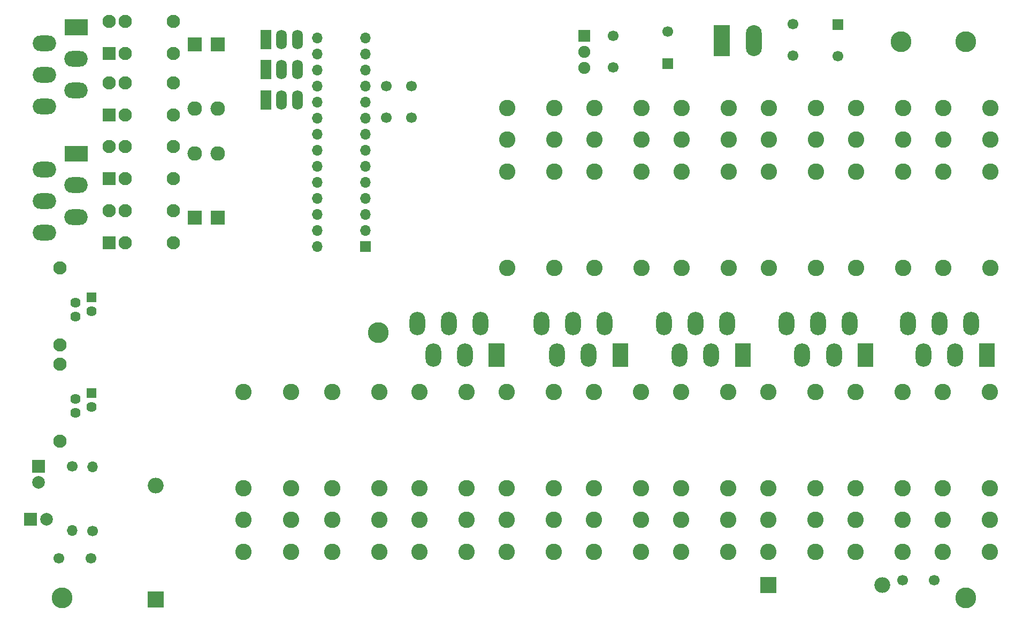
<source format=gbs>
%TF.GenerationSoftware,KiCad,Pcbnew,(5.1.6)-1*%
%TF.CreationDate,2021-11-13T13:18:41+01:00*%
%TF.ProjectId,MCP23017 Sensor Board,4d435032-3330-4313-9720-53656e736f72,rev?*%
%TF.SameCoordinates,Original*%
%TF.FileFunction,Soldermask,Bot*%
%TF.FilePolarity,Negative*%
%FSLAX46Y46*%
G04 Gerber Fmt 4.6, Leading zero omitted, Abs format (unit mm)*
G04 Created by KiCad (PCBNEW (5.1.6)-1) date 2021-11-13 13:18:41*
%MOMM*%
%LPD*%
G01*
G04 APERTURE LIST*
%ADD10C,3.300000*%
%ADD11C,1.700000*%
%ADD12R,1.700000X1.700000*%
%ADD13O,2.500000X2.500000*%
%ADD14R,2.500000X2.500000*%
%ADD15R,1.620000X1.620000*%
%ADD16C,2.100000*%
%ADD17C,1.620000*%
%ADD18C,2.600000*%
%ADD19O,1.700000X1.700000*%
%ADD20C,2.000000*%
%ADD21R,2.000000X2.000000*%
%ADD22O,1.700000X3.100000*%
%ADD23R,1.700000X3.100000*%
%ADD24C,1.900000*%
%ADD25R,1.900000X1.900000*%
%ADD26O,2.500000X4.900000*%
%ADD27R,2.500000X4.900000*%
%ADD28O,2.500000X3.700000*%
%ADD29C,0.100000*%
%ADD30O,3.700000X2.500000*%
%ADD31R,2.100000X2.100000*%
%ADD32O,2.300000X2.300000*%
%ADD33R,2.300000X2.300000*%
G04 APERTURE END LIST*
D10*
%TO.C,H5*%
X212750000Y-47000000D03*
%TD*%
D11*
%TO.C,C10*%
X202750000Y-49250000D03*
D12*
X202750000Y-44250000D03*
%TD*%
D11*
%TO.C,C9*%
X213000000Y-132250000D03*
X218000000Y-132250000D03*
%TD*%
D13*
%TO.C,C8*%
X209750000Y-133000000D03*
D14*
X191750000Y-133000000D03*
%TD*%
D11*
%TO.C,C7*%
X79500000Y-128750000D03*
X84500000Y-128750000D03*
%TD*%
D13*
%TO.C,C6*%
X94750000Y-117250000D03*
D14*
X94750000Y-135250000D03*
%TD*%
D11*
%TO.C,C3*%
X131250000Y-54000000D03*
X131250000Y-59000000D03*
%TD*%
D10*
%TO.C,H4*%
X80000000Y-135000000D03*
%TD*%
%TO.C,H3*%
X223000000Y-135000000D03*
%TD*%
%TO.C,H2*%
X130000000Y-93000000D03*
%TD*%
%TO.C,H1*%
X223000000Y-47000000D03*
%TD*%
D15*
%TO.C,J10*%
X84600000Y-87400000D03*
D16*
X79600000Y-82800000D03*
D17*
X82060000Y-88300000D03*
X84600000Y-89600000D03*
X82060000Y-90500000D03*
D16*
X79600000Y-95000000D03*
%TD*%
D18*
%TO.C,R3*%
X108700000Y-127740000D03*
X116200000Y-127740000D03*
X108700000Y-122700000D03*
X116200000Y-122700000D03*
X108700000Y-117660000D03*
X116200000Y-117660000D03*
X108700000Y-102400000D03*
X116200000Y-102400000D03*
%TD*%
%TO.C,R9*%
X122700000Y-127740000D03*
X130200000Y-127740000D03*
X122700000Y-122700000D03*
X130200000Y-122700000D03*
X122700000Y-117660000D03*
X130200000Y-117660000D03*
X122700000Y-102400000D03*
X130200000Y-102400000D03*
%TD*%
D19*
%TO.C,U1*%
X120380000Y-79400000D03*
X128000000Y-46380000D03*
X120380000Y-76860000D03*
X128000000Y-48920000D03*
X120380000Y-74320000D03*
X128000000Y-51460000D03*
X120380000Y-71780000D03*
X128000000Y-54000000D03*
X120380000Y-69240000D03*
X128000000Y-56540000D03*
X120380000Y-66700000D03*
X128000000Y-59080000D03*
X120380000Y-64160000D03*
X128000000Y-61620000D03*
X120380000Y-61620000D03*
X128000000Y-64160000D03*
X120380000Y-59080000D03*
X128000000Y-66700000D03*
X120380000Y-56540000D03*
X128000000Y-69240000D03*
X120380000Y-54000000D03*
X128000000Y-71780000D03*
X120380000Y-51460000D03*
X128000000Y-74320000D03*
X120380000Y-48920000D03*
X128000000Y-76860000D03*
X120380000Y-46380000D03*
D12*
X128000000Y-79400000D03*
%TD*%
D19*
%TO.C,R8*%
X81600000Y-124360000D03*
D11*
X81600000Y-114200000D03*
%TD*%
D15*
%TO.C,J4*%
X84600000Y-102600000D03*
D16*
X79600000Y-98000000D03*
D17*
X82060000Y-103500000D03*
X84600000Y-104800000D03*
X82060000Y-105700000D03*
D16*
X79600000Y-110200000D03*
%TD*%
D20*
%TO.C,D6*%
X77500000Y-122600000D03*
D21*
X75000000Y-122600000D03*
%TD*%
D20*
%TO.C,D1*%
X76200000Y-116700000D03*
D21*
X76200000Y-114200000D03*
%TD*%
D11*
%TO.C,C2*%
X135250000Y-54000000D03*
X135250000Y-59000000D03*
%TD*%
D22*
%TO.C,JP1*%
X117200000Y-56200000D03*
X114700000Y-56200000D03*
D23*
X112200000Y-56200000D03*
%TD*%
D22*
%TO.C,JP3*%
X117200000Y-46600000D03*
X114700000Y-46600000D03*
D23*
X112200000Y-46600000D03*
%TD*%
D22*
%TO.C,JP2*%
X117200000Y-51400000D03*
X114700000Y-51400000D03*
D23*
X112200000Y-51400000D03*
%TD*%
D24*
%TO.C,U2*%
X162600000Y-51080000D03*
X162600000Y-48540000D03*
D25*
X162600000Y-46000000D03*
%TD*%
D26*
%TO.C,J1*%
X189480000Y-46800000D03*
D27*
X184400000Y-46800000D03*
%TD*%
D11*
%TO.C,C5*%
X167200000Y-46000000D03*
X167200000Y-51000000D03*
%TD*%
%TO.C,C4*%
X175800000Y-45400000D03*
D12*
X175800000Y-50400000D03*
%TD*%
D18*
%TO.C,R36*%
X226900000Y-57460000D03*
X219400000Y-57460000D03*
X226900000Y-62500000D03*
X219400000Y-62500000D03*
X226900000Y-67540000D03*
X219400000Y-67540000D03*
X226900000Y-82800000D03*
X219400000Y-82800000D03*
%TD*%
%TO.C,R35*%
X219300000Y-127740000D03*
X226800000Y-127740000D03*
X219300000Y-122700000D03*
X226800000Y-122700000D03*
X219300000Y-117660000D03*
X226800000Y-117660000D03*
X219300000Y-102400000D03*
X226800000Y-102400000D03*
%TD*%
%TO.C,R34*%
X171700000Y-57460000D03*
X164200000Y-57460000D03*
X171700000Y-62500000D03*
X164200000Y-62500000D03*
X171700000Y-67540000D03*
X164200000Y-67540000D03*
X171700000Y-82800000D03*
X164200000Y-82800000D03*
%TD*%
%TO.C,R32*%
X213100000Y-57460000D03*
X205600000Y-57460000D03*
X213100000Y-62500000D03*
X205600000Y-62500000D03*
X213100000Y-67540000D03*
X205600000Y-67540000D03*
X213100000Y-82800000D03*
X205600000Y-82800000D03*
%TD*%
%TO.C,R31*%
X205500000Y-127740000D03*
X213000000Y-127740000D03*
X205500000Y-122700000D03*
X213000000Y-122700000D03*
X205500000Y-117660000D03*
X213000000Y-117660000D03*
X205500000Y-102400000D03*
X213000000Y-102400000D03*
%TD*%
%TO.C,R30*%
X157900000Y-57460000D03*
X150400000Y-57460000D03*
X157900000Y-62500000D03*
X150400000Y-62500000D03*
X157900000Y-67540000D03*
X150400000Y-67540000D03*
X157900000Y-82800000D03*
X150400000Y-82800000D03*
%TD*%
%TO.C,R28*%
X199300000Y-57460000D03*
X191800000Y-57460000D03*
X199300000Y-62500000D03*
X191800000Y-62500000D03*
X199300000Y-67540000D03*
X191800000Y-67540000D03*
X199300000Y-82800000D03*
X191800000Y-82800000D03*
%TD*%
%TO.C,R27*%
X191700000Y-127740000D03*
X199200000Y-127740000D03*
X191700000Y-122700000D03*
X199200000Y-122700000D03*
X191700000Y-117660000D03*
X199200000Y-117660000D03*
X191700000Y-102400000D03*
X199200000Y-102400000D03*
%TD*%
%TO.C,R26*%
X177900000Y-127740000D03*
X185400000Y-127740000D03*
X177900000Y-122700000D03*
X185400000Y-122700000D03*
X177900000Y-117660000D03*
X185400000Y-117660000D03*
X177900000Y-102400000D03*
X185400000Y-102400000D03*
%TD*%
%TO.C,R22*%
X164100000Y-127740000D03*
X171600000Y-127740000D03*
X164100000Y-122700000D03*
X171600000Y-122700000D03*
X164100000Y-117660000D03*
X171600000Y-117660000D03*
X164100000Y-102400000D03*
X171600000Y-102400000D03*
%TD*%
D28*
%TO.C,J9*%
X223800000Y-91600000D03*
D29*
G36*
X225090245Y-98449039D02*
G01*
X225080866Y-98446194D01*
X225072221Y-98441573D01*
X225064645Y-98435355D01*
X225058427Y-98427779D01*
X225053806Y-98419134D01*
X225050961Y-98409755D01*
X225050000Y-98400000D01*
X225050000Y-94800000D01*
X225050961Y-94790245D01*
X225053806Y-94780866D01*
X225058427Y-94772221D01*
X225064645Y-94764645D01*
X225072221Y-94758427D01*
X225080866Y-94753806D01*
X225090245Y-94750961D01*
X225100000Y-94750000D01*
X227500000Y-94750000D01*
X227509755Y-94750961D01*
X227519134Y-94753806D01*
X227527779Y-94758427D01*
X227535355Y-94764645D01*
X227541573Y-94772221D01*
X227546194Y-94780866D01*
X227549039Y-94790245D01*
X227550000Y-94800000D01*
X227550000Y-98400000D01*
X227549039Y-98409755D01*
X227546194Y-98419134D01*
X227541573Y-98427779D01*
X227535355Y-98435355D01*
X227527779Y-98441573D01*
X227519134Y-98446194D01*
X227509755Y-98449039D01*
X227500000Y-98450000D01*
X225100000Y-98450000D01*
X225090245Y-98449039D01*
G37*
D28*
X221300000Y-96600000D03*
X218800000Y-91600000D03*
X216300000Y-96600000D03*
X213800000Y-91600000D03*
%TD*%
%TO.C,J8*%
X204600000Y-91600000D03*
D29*
G36*
X205890245Y-98449039D02*
G01*
X205880866Y-98446194D01*
X205872221Y-98441573D01*
X205864645Y-98435355D01*
X205858427Y-98427779D01*
X205853806Y-98419134D01*
X205850961Y-98409755D01*
X205850000Y-98400000D01*
X205850000Y-94800000D01*
X205850961Y-94790245D01*
X205853806Y-94780866D01*
X205858427Y-94772221D01*
X205864645Y-94764645D01*
X205872221Y-94758427D01*
X205880866Y-94753806D01*
X205890245Y-94750961D01*
X205900000Y-94750000D01*
X208300000Y-94750000D01*
X208309755Y-94750961D01*
X208319134Y-94753806D01*
X208327779Y-94758427D01*
X208335355Y-94764645D01*
X208341573Y-94772221D01*
X208346194Y-94780866D01*
X208349039Y-94790245D01*
X208350000Y-94800000D01*
X208350000Y-98400000D01*
X208349039Y-98409755D01*
X208346194Y-98419134D01*
X208341573Y-98427779D01*
X208335355Y-98435355D01*
X208327779Y-98441573D01*
X208319134Y-98446194D01*
X208309755Y-98449039D01*
X208300000Y-98450000D01*
X205900000Y-98450000D01*
X205890245Y-98449039D01*
G37*
D28*
X202100000Y-96600000D03*
X199600000Y-91600000D03*
X197100000Y-96600000D03*
X194600000Y-91600000D03*
%TD*%
%TO.C,J7*%
X185200000Y-91600000D03*
D29*
G36*
X186490245Y-98449039D02*
G01*
X186480866Y-98446194D01*
X186472221Y-98441573D01*
X186464645Y-98435355D01*
X186458427Y-98427779D01*
X186453806Y-98419134D01*
X186450961Y-98409755D01*
X186450000Y-98400000D01*
X186450000Y-94800000D01*
X186450961Y-94790245D01*
X186453806Y-94780866D01*
X186458427Y-94772221D01*
X186464645Y-94764645D01*
X186472221Y-94758427D01*
X186480866Y-94753806D01*
X186490245Y-94750961D01*
X186500000Y-94750000D01*
X188900000Y-94750000D01*
X188909755Y-94750961D01*
X188919134Y-94753806D01*
X188927779Y-94758427D01*
X188935355Y-94764645D01*
X188941573Y-94772221D01*
X188946194Y-94780866D01*
X188949039Y-94790245D01*
X188950000Y-94800000D01*
X188950000Y-98400000D01*
X188949039Y-98409755D01*
X188946194Y-98419134D01*
X188941573Y-98427779D01*
X188935355Y-98435355D01*
X188927779Y-98441573D01*
X188919134Y-98446194D01*
X188909755Y-98449039D01*
X188900000Y-98450000D01*
X186500000Y-98450000D01*
X186490245Y-98449039D01*
G37*
D28*
X182700000Y-96600000D03*
X180200000Y-91600000D03*
X177700000Y-96600000D03*
X175200000Y-91600000D03*
%TD*%
%TO.C,J6*%
X165800000Y-91600000D03*
D29*
G36*
X167090245Y-98449039D02*
G01*
X167080866Y-98446194D01*
X167072221Y-98441573D01*
X167064645Y-98435355D01*
X167058427Y-98427779D01*
X167053806Y-98419134D01*
X167050961Y-98409755D01*
X167050000Y-98400000D01*
X167050000Y-94800000D01*
X167050961Y-94790245D01*
X167053806Y-94780866D01*
X167058427Y-94772221D01*
X167064645Y-94764645D01*
X167072221Y-94758427D01*
X167080866Y-94753806D01*
X167090245Y-94750961D01*
X167100000Y-94750000D01*
X169500000Y-94750000D01*
X169509755Y-94750961D01*
X169519134Y-94753806D01*
X169527779Y-94758427D01*
X169535355Y-94764645D01*
X169541573Y-94772221D01*
X169546194Y-94780866D01*
X169549039Y-94790245D01*
X169550000Y-94800000D01*
X169550000Y-98400000D01*
X169549039Y-98409755D01*
X169546194Y-98419134D01*
X169541573Y-98427779D01*
X169535355Y-98435355D01*
X169527779Y-98441573D01*
X169519134Y-98446194D01*
X169509755Y-98449039D01*
X169500000Y-98450000D01*
X167100000Y-98450000D01*
X167090245Y-98449039D01*
G37*
D28*
X163300000Y-96600000D03*
X160800000Y-91600000D03*
X158300000Y-96600000D03*
X155800000Y-91600000D03*
%TD*%
D30*
%TO.C,J3*%
X77200000Y-67200000D03*
D29*
G36*
X84049039Y-65909755D02*
G01*
X84046194Y-65919134D01*
X84041573Y-65927779D01*
X84035355Y-65935355D01*
X84027779Y-65941573D01*
X84019134Y-65946194D01*
X84009755Y-65949039D01*
X84000000Y-65950000D01*
X80400000Y-65950000D01*
X80390245Y-65949039D01*
X80380866Y-65946194D01*
X80372221Y-65941573D01*
X80364645Y-65935355D01*
X80358427Y-65927779D01*
X80353806Y-65919134D01*
X80350961Y-65909755D01*
X80350000Y-65900000D01*
X80350000Y-63500000D01*
X80350961Y-63490245D01*
X80353806Y-63480866D01*
X80358427Y-63472221D01*
X80364645Y-63464645D01*
X80372221Y-63458427D01*
X80380866Y-63453806D01*
X80390245Y-63450961D01*
X80400000Y-63450000D01*
X84000000Y-63450000D01*
X84009755Y-63450961D01*
X84019134Y-63453806D01*
X84027779Y-63458427D01*
X84035355Y-63464645D01*
X84041573Y-63472221D01*
X84046194Y-63480866D01*
X84049039Y-63490245D01*
X84050000Y-63500000D01*
X84050000Y-65900000D01*
X84049039Y-65909755D01*
G37*
D30*
X82200000Y-69700000D03*
X77200000Y-72200000D03*
X82200000Y-74700000D03*
X77200000Y-77200000D03*
%TD*%
%TO.C,J2*%
X77200000Y-47200000D03*
D29*
G36*
X84049039Y-45909755D02*
G01*
X84046194Y-45919134D01*
X84041573Y-45927779D01*
X84035355Y-45935355D01*
X84027779Y-45941573D01*
X84019134Y-45946194D01*
X84009755Y-45949039D01*
X84000000Y-45950000D01*
X80400000Y-45950000D01*
X80390245Y-45949039D01*
X80380866Y-45946194D01*
X80372221Y-45941573D01*
X80364645Y-45935355D01*
X80358427Y-45927779D01*
X80353806Y-45919134D01*
X80350961Y-45909755D01*
X80350000Y-45900000D01*
X80350000Y-43500000D01*
X80350961Y-43490245D01*
X80353806Y-43480866D01*
X80358427Y-43472221D01*
X80364645Y-43464645D01*
X80372221Y-43458427D01*
X80380866Y-43453806D01*
X80390245Y-43450961D01*
X80400000Y-43450000D01*
X84000000Y-43450000D01*
X84009755Y-43450961D01*
X84019134Y-43453806D01*
X84027779Y-43458427D01*
X84035355Y-43464645D01*
X84041573Y-43472221D01*
X84046194Y-43480866D01*
X84049039Y-43490245D01*
X84050000Y-43500000D01*
X84050000Y-45900000D01*
X84049039Y-45909755D01*
G37*
D30*
X82200000Y-49700000D03*
X77200000Y-52200000D03*
X82200000Y-54700000D03*
X77200000Y-57200000D03*
%TD*%
D28*
%TO.C,J5*%
X146200000Y-91600000D03*
D29*
G36*
X147490245Y-98449039D02*
G01*
X147480866Y-98446194D01*
X147472221Y-98441573D01*
X147464645Y-98435355D01*
X147458427Y-98427779D01*
X147453806Y-98419134D01*
X147450961Y-98409755D01*
X147450000Y-98400000D01*
X147450000Y-94800000D01*
X147450961Y-94790245D01*
X147453806Y-94780866D01*
X147458427Y-94772221D01*
X147464645Y-94764645D01*
X147472221Y-94758427D01*
X147480866Y-94753806D01*
X147490245Y-94750961D01*
X147500000Y-94750000D01*
X149900000Y-94750000D01*
X149909755Y-94750961D01*
X149919134Y-94753806D01*
X149927779Y-94758427D01*
X149935355Y-94764645D01*
X149941573Y-94772221D01*
X149946194Y-94780866D01*
X149949039Y-94790245D01*
X149950000Y-94800000D01*
X149950000Y-98400000D01*
X149949039Y-98409755D01*
X149946194Y-98419134D01*
X149941573Y-98427779D01*
X149935355Y-98435355D01*
X149927779Y-98441573D01*
X149919134Y-98446194D01*
X149909755Y-98449039D01*
X149900000Y-98450000D01*
X147500000Y-98450000D01*
X147490245Y-98449039D01*
G37*
D28*
X143700000Y-96600000D03*
X141200000Y-91600000D03*
X138700000Y-96600000D03*
X136200000Y-91600000D03*
%TD*%
D16*
%TO.C,R33*%
X97560000Y-78800000D03*
X97560000Y-73720000D03*
X89940000Y-78800000D03*
D31*
X87400000Y-78800000D03*
D16*
X89940000Y-73720000D03*
X87400000Y-73720000D03*
%TD*%
%TO.C,R14*%
X97560000Y-58600000D03*
X97560000Y-53520000D03*
X89940000Y-58600000D03*
D31*
X87400000Y-58600000D03*
D16*
X89940000Y-53520000D03*
X87400000Y-53520000D03*
%TD*%
D18*
%TO.C,R29*%
X150300000Y-127740000D03*
X157800000Y-127740000D03*
X150300000Y-122700000D03*
X157800000Y-122700000D03*
X150300000Y-117660000D03*
X157800000Y-117660000D03*
X150300000Y-102400000D03*
X157800000Y-102400000D03*
%TD*%
D16*
%TO.C,R25*%
X97560000Y-68600000D03*
X97560000Y-63520000D03*
X89940000Y-68600000D03*
D31*
X87400000Y-68600000D03*
D16*
X89940000Y-63520000D03*
X87400000Y-63520000D03*
%TD*%
%TO.C,R6*%
X97560000Y-48800000D03*
X97560000Y-43720000D03*
X89940000Y-48800000D03*
D31*
X87400000Y-48800000D03*
D16*
X89940000Y-43720000D03*
X87400000Y-43720000D03*
%TD*%
D18*
%TO.C,R23*%
X185500000Y-57460000D03*
X178000000Y-57460000D03*
X185500000Y-62500000D03*
X178000000Y-62500000D03*
X185500000Y-67540000D03*
X178000000Y-67540000D03*
X185500000Y-82800000D03*
X178000000Y-82800000D03*
%TD*%
%TO.C,R21*%
X136500000Y-127740000D03*
X144000000Y-127740000D03*
X136500000Y-122700000D03*
X144000000Y-122700000D03*
X136500000Y-117660000D03*
X144000000Y-117660000D03*
X136500000Y-102400000D03*
X144000000Y-102400000D03*
%TD*%
D19*
%TO.C,R1*%
X84800000Y-114240000D03*
D11*
X84800000Y-124400000D03*
%TD*%
D32*
%TO.C,D21*%
X104600000Y-64640000D03*
D33*
X104600000Y-74800000D03*
%TD*%
D32*
%TO.C,D10*%
X104600000Y-57560000D03*
D33*
X104600000Y-47400000D03*
%TD*%
D32*
%TO.C,D20*%
X101000000Y-64640000D03*
D33*
X101000000Y-74800000D03*
%TD*%
D32*
%TO.C,D4*%
X101000000Y-57560000D03*
D33*
X101000000Y-47400000D03*
%TD*%
D11*
%TO.C,C1*%
X195600000Y-49200000D03*
X195600000Y-44200000D03*
%TD*%
M02*

</source>
